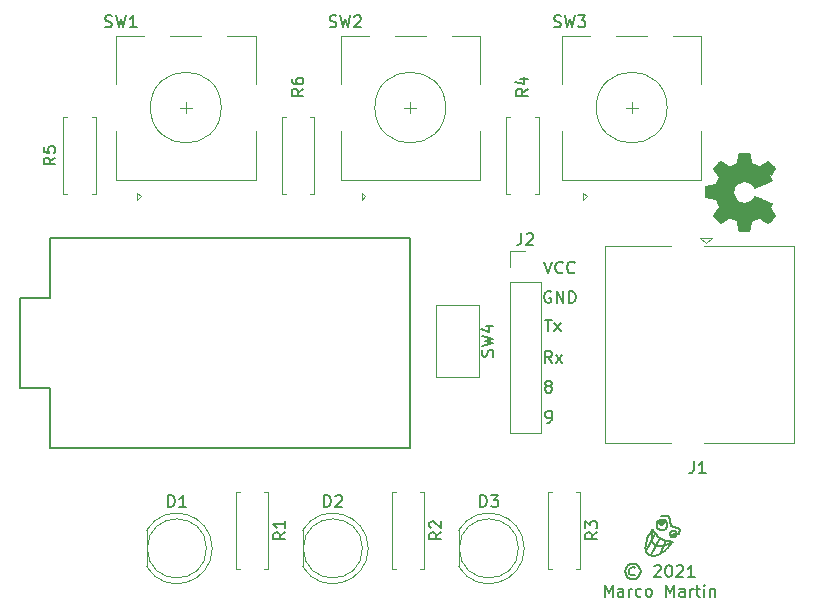
<source format=gbr>
%TF.GenerationSoftware,KiCad,Pcbnew,5.1.8-5.1.8*%
%TF.CreationDate,2021-05-07T16:54:23+02:00*%
%TF.ProjectId,modelMterminalAdapter,6d6f6465-6c4d-4746-9572-6d696e616c41,rev?*%
%TF.SameCoordinates,Original*%
%TF.FileFunction,Legend,Top*%
%TF.FilePolarity,Positive*%
%FSLAX46Y46*%
G04 Gerber Fmt 4.6, Leading zero omitted, Abs format (unit mm)*
G04 Created by KiCad (PCBNEW 5.1.8-5.1.8) date 2021-05-07 16:54:23*
%MOMM*%
%LPD*%
G01*
G04 APERTURE LIST*
%ADD10C,0.100000*%
%ADD11C,0.150000*%
%ADD12C,0.169000*%
%ADD13C,0.120000*%
%ADD14C,0.010000*%
G04 APERTURE END LIST*
D10*
G36*
X111670000Y-98690000D02*
G01*
X111520000Y-98870000D01*
X111450000Y-98670000D01*
X111670000Y-98690000D01*
G37*
X111670000Y-98690000D02*
X111520000Y-98870000D01*
X111450000Y-98670000D01*
X111670000Y-98690000D01*
G36*
X110730000Y-97520000D02*
G01*
X110590000Y-97790000D01*
X110370000Y-97660000D01*
X110430000Y-97430000D01*
X110730000Y-97520000D01*
G37*
X110730000Y-97520000D02*
X110590000Y-97790000D01*
X110370000Y-97660000D01*
X110430000Y-97430000D01*
X110730000Y-97520000D01*
D11*
X108284761Y-101485476D02*
X108189523Y-101437857D01*
X107999047Y-101437857D01*
X107903809Y-101485476D01*
X107808571Y-101580714D01*
X107760952Y-101675952D01*
X107760952Y-101866428D01*
X107808571Y-101961666D01*
X107903809Y-102056904D01*
X107999047Y-102104523D01*
X108189523Y-102104523D01*
X108284761Y-102056904D01*
X108094285Y-101104523D02*
X107856190Y-101152142D01*
X107618095Y-101295000D01*
X107475238Y-101533095D01*
X107427619Y-101771190D01*
X107475238Y-102009285D01*
X107618095Y-102247380D01*
X107856190Y-102390238D01*
X108094285Y-102437857D01*
X108332380Y-102390238D01*
X108570476Y-102247380D01*
X108713333Y-102009285D01*
X108760952Y-101771190D01*
X108713333Y-101533095D01*
X108570476Y-101295000D01*
X108332380Y-101152142D01*
X108094285Y-101104523D01*
X109903809Y-101342619D02*
X109951428Y-101295000D01*
X110046666Y-101247380D01*
X110284761Y-101247380D01*
X110380000Y-101295000D01*
X110427619Y-101342619D01*
X110475238Y-101437857D01*
X110475238Y-101533095D01*
X110427619Y-101675952D01*
X109856190Y-102247380D01*
X110475238Y-102247380D01*
X111094285Y-101247380D02*
X111189523Y-101247380D01*
X111284761Y-101295000D01*
X111332380Y-101342619D01*
X111380000Y-101437857D01*
X111427619Y-101628333D01*
X111427619Y-101866428D01*
X111380000Y-102056904D01*
X111332380Y-102152142D01*
X111284761Y-102199761D01*
X111189523Y-102247380D01*
X111094285Y-102247380D01*
X110999047Y-102199761D01*
X110951428Y-102152142D01*
X110903809Y-102056904D01*
X110856190Y-101866428D01*
X110856190Y-101628333D01*
X110903809Y-101437857D01*
X110951428Y-101342619D01*
X110999047Y-101295000D01*
X111094285Y-101247380D01*
X111808571Y-101342619D02*
X111856190Y-101295000D01*
X111951428Y-101247380D01*
X112189523Y-101247380D01*
X112284761Y-101295000D01*
X112332380Y-101342619D01*
X112380000Y-101437857D01*
X112380000Y-101533095D01*
X112332380Y-101675952D01*
X111760952Y-102247380D01*
X112380000Y-102247380D01*
X113332380Y-102247380D02*
X112760952Y-102247380D01*
X113046666Y-102247380D02*
X113046666Y-101247380D01*
X112951428Y-101390238D01*
X112856190Y-101485476D01*
X112760952Y-101533095D01*
X105713333Y-103897380D02*
X105713333Y-102897380D01*
X106046666Y-103611666D01*
X106380000Y-102897380D01*
X106380000Y-103897380D01*
X107284761Y-103897380D02*
X107284761Y-103373571D01*
X107237142Y-103278333D01*
X107141904Y-103230714D01*
X106951428Y-103230714D01*
X106856190Y-103278333D01*
X107284761Y-103849761D02*
X107189523Y-103897380D01*
X106951428Y-103897380D01*
X106856190Y-103849761D01*
X106808571Y-103754523D01*
X106808571Y-103659285D01*
X106856190Y-103564047D01*
X106951428Y-103516428D01*
X107189523Y-103516428D01*
X107284761Y-103468809D01*
X107760952Y-103897380D02*
X107760952Y-103230714D01*
X107760952Y-103421190D02*
X107808571Y-103325952D01*
X107856190Y-103278333D01*
X107951428Y-103230714D01*
X108046666Y-103230714D01*
X108808571Y-103849761D02*
X108713333Y-103897380D01*
X108522857Y-103897380D01*
X108427619Y-103849761D01*
X108380000Y-103802142D01*
X108332380Y-103706904D01*
X108332380Y-103421190D01*
X108380000Y-103325952D01*
X108427619Y-103278333D01*
X108522857Y-103230714D01*
X108713333Y-103230714D01*
X108808571Y-103278333D01*
X109380000Y-103897380D02*
X109284761Y-103849761D01*
X109237142Y-103802142D01*
X109189523Y-103706904D01*
X109189523Y-103421190D01*
X109237142Y-103325952D01*
X109284761Y-103278333D01*
X109380000Y-103230714D01*
X109522857Y-103230714D01*
X109618095Y-103278333D01*
X109665714Y-103325952D01*
X109713333Y-103421190D01*
X109713333Y-103706904D01*
X109665714Y-103802142D01*
X109618095Y-103849761D01*
X109522857Y-103897380D01*
X109380000Y-103897380D01*
X110903809Y-103897380D02*
X110903809Y-102897380D01*
X111237142Y-103611666D01*
X111570476Y-102897380D01*
X111570476Y-103897380D01*
X112475238Y-103897380D02*
X112475238Y-103373571D01*
X112427619Y-103278333D01*
X112332380Y-103230714D01*
X112141904Y-103230714D01*
X112046666Y-103278333D01*
X112475238Y-103849761D02*
X112380000Y-103897380D01*
X112141904Y-103897380D01*
X112046666Y-103849761D01*
X111999047Y-103754523D01*
X111999047Y-103659285D01*
X112046666Y-103564047D01*
X112141904Y-103516428D01*
X112380000Y-103516428D01*
X112475238Y-103468809D01*
X112951428Y-103897380D02*
X112951428Y-103230714D01*
X112951428Y-103421190D02*
X112999047Y-103325952D01*
X113046666Y-103278333D01*
X113141904Y-103230714D01*
X113237142Y-103230714D01*
X113427619Y-103230714D02*
X113808571Y-103230714D01*
X113570476Y-102897380D02*
X113570476Y-103754523D01*
X113618095Y-103849761D01*
X113713333Y-103897380D01*
X113808571Y-103897380D01*
X114141904Y-103897380D02*
X114141904Y-103230714D01*
X114141904Y-102897380D02*
X114094285Y-102945000D01*
X114141904Y-102992619D01*
X114189523Y-102945000D01*
X114141904Y-102897380D01*
X114141904Y-102992619D01*
X114618095Y-103230714D02*
X114618095Y-103897380D01*
X114618095Y-103325952D02*
X114665714Y-103278333D01*
X114760952Y-103230714D01*
X114903809Y-103230714D01*
X114999047Y-103278333D01*
X115046666Y-103373571D01*
X115046666Y-103897380D01*
D12*
X110921430Y-98073790D02*
X110867051Y-98139662D01*
X109264132Y-99166154D02*
X109328173Y-98990966D01*
X109216595Y-99331124D02*
X109264132Y-99166154D01*
X109184927Y-99485655D02*
X109216595Y-99331124D01*
X109168423Y-99629603D02*
X109184927Y-99485655D01*
X109166378Y-99762623D02*
X109168423Y-99629603D01*
X109178015Y-99884498D02*
X109166378Y-99762623D01*
X109202630Y-99995088D02*
X109178015Y-99884498D01*
X109239588Y-100093971D02*
X109202630Y-99995088D01*
X109288112Y-100181075D02*
X109239588Y-100093971D01*
X109347497Y-100256117D02*
X109288112Y-100181075D01*
X109417040Y-100318819D02*
X109347497Y-100256117D01*
X109496033Y-100368964D02*
X109417040Y-100318819D01*
X109583702Y-100406276D02*
X109496033Y-100368964D01*
X109679411Y-100430607D02*
X109583702Y-100406276D01*
X109782384Y-100441681D02*
X109679411Y-100430607D01*
X109891986Y-100439213D02*
X109782384Y-100441681D01*
X110007442Y-100422991D02*
X109891986Y-100439213D01*
X110128047Y-100392805D02*
X110007442Y-100422991D01*
X110253097Y-100348441D02*
X110128047Y-100392805D01*
X110381884Y-100289548D02*
X110253097Y-100348441D01*
X110513633Y-100215986D02*
X110381884Y-100289548D01*
X110647779Y-100127471D02*
X110513633Y-100215986D01*
X110783409Y-100023794D02*
X110647779Y-100127471D01*
X110919947Y-99904740D02*
X110783409Y-100023794D01*
X111056721Y-99770029D02*
X110919947Y-99904740D01*
X110997467Y-97847395D02*
X110988367Y-97914684D01*
X110318971Y-97598835D02*
X110318971Y-97578958D01*
X110543039Y-97394592D02*
X110602709Y-97410608D01*
X110523227Y-97394592D02*
X110543039Y-97394592D01*
X110727548Y-97598835D02*
X110727548Y-97618660D01*
X110801258Y-98193975D02*
X110725650Y-98235029D01*
X110237721Y-97510331D02*
X110303527Y-97455952D01*
X110443667Y-97787010D02*
X110378780Y-97743291D01*
X110503337Y-97803104D02*
X110443667Y-97787010D01*
X110667670Y-97743291D02*
X110602709Y-97787010D01*
X110378780Y-97454392D02*
X110443667Y-97410608D01*
X110318971Y-97578958D02*
X110334981Y-97519288D01*
X110962484Y-97651745D02*
X110988367Y-97735322D01*
X110997467Y-97825035D02*
X110997467Y-97847395D01*
X110997467Y-97802610D02*
X110997467Y-97825035D01*
X110378780Y-97743291D02*
X110334981Y-97678343D01*
X110921430Y-97576150D02*
X110962484Y-97651745D01*
X110725650Y-98235029D02*
X110642073Y-98260899D01*
X110642073Y-98260899D02*
X110574785Y-98270000D01*
X110997467Y-97825035D02*
X110997467Y-97825035D01*
X110303527Y-97455952D02*
X110379133Y-97414911D01*
X111192844Y-99619377D02*
X111056721Y-99770029D01*
X111327745Y-99452648D02*
X111192844Y-99619377D01*
X111428612Y-99316096D02*
X111327745Y-99452648D01*
X111460709Y-99269556D02*
X111428612Y-99316096D01*
X111386232Y-99262497D02*
X111460709Y-99269556D01*
X111164127Y-99229282D02*
X111386232Y-99262497D01*
X110890334Y-99165660D02*
X111164127Y-99229282D01*
X110640019Y-99076857D02*
X110890334Y-99165660D01*
X110413766Y-98961132D02*
X110640019Y-99076857D01*
X110212402Y-98816688D02*
X110413766Y-98961132D01*
X110036572Y-98641760D02*
X110212402Y-98816688D01*
X109887049Y-98434566D02*
X110036572Y-98641760D01*
X109790635Y-98255544D02*
X109887049Y-98434566D01*
X109764539Y-98193417D02*
X109790635Y-98255544D01*
X112058930Y-98215347D02*
X112011532Y-98623859D01*
X111365926Y-97963615D02*
X112058930Y-98215347D01*
X111172577Y-97095475D02*
X111365926Y-97963615D01*
X110519626Y-97088143D02*
X111172577Y-97095475D01*
X111409996Y-98742835D02*
X111409996Y-98742835D01*
X111409996Y-98755172D02*
X111409996Y-98742835D01*
X111419941Y-98792352D02*
X111409996Y-98755172D01*
X111447228Y-98832834D02*
X111419941Y-98792352D01*
X111487723Y-98860134D02*
X111447228Y-98832834D01*
X111524877Y-98870145D02*
X111487723Y-98860134D01*
X110318971Y-97618660D02*
X110318971Y-97598835D01*
X110867051Y-97510331D02*
X110921430Y-97576150D01*
X110988367Y-97914684D02*
X110962484Y-97998195D01*
X110962484Y-97998195D02*
X110921430Y-98073790D01*
X110543039Y-97803104D02*
X110523227Y-97803104D01*
X110384634Y-98977706D02*
X109647813Y-100422216D01*
X109968792Y-98576461D02*
X109231970Y-100020972D01*
X109741477Y-98299275D02*
X109757203Y-98226267D01*
X109706000Y-98520808D02*
X109741477Y-98299275D01*
X109686181Y-98777610D02*
X109706000Y-98520808D01*
X109695491Y-98998077D02*
X109686181Y-98777610D01*
X109731742Y-99183925D02*
X109695491Y-98998077D01*
X109792539Y-99336624D02*
X109731742Y-99183925D01*
X109875622Y-99457797D02*
X109792539Y-99336624D01*
X109978807Y-99549056D02*
X109875622Y-99457797D01*
X110099766Y-99611973D02*
X109978807Y-99549056D01*
X110236170Y-99648084D02*
X110099766Y-99611973D01*
X110385905Y-99659014D02*
X110236170Y-99648084D01*
X110546575Y-99646320D02*
X110385905Y-99659014D01*
X110715978Y-99611619D02*
X110546575Y-99646320D01*
X110891816Y-99556466D02*
X110715978Y-99611619D01*
X111071736Y-99482405D02*
X110891816Y-99556466D01*
X111253632Y-99391067D02*
X111071736Y-99482405D01*
X111390678Y-99312222D02*
X111253632Y-99391067D01*
X111435164Y-99284077D02*
X111390678Y-99312222D01*
X109764539Y-98193417D02*
X109764539Y-98193417D01*
X109728992Y-98245949D02*
X109764539Y-98193417D01*
X109627007Y-98406824D02*
X109728992Y-98245949D01*
X109508939Y-98611093D02*
X109627007Y-98406824D01*
X109409563Y-98805885D02*
X109508939Y-98611093D01*
X109328173Y-98990966D02*
X109409563Y-98805885D01*
X110642073Y-97389015D02*
X110725650Y-97414911D01*
X110237721Y-98139662D02*
X110183343Y-98073790D01*
X110303527Y-98193975D02*
X110237721Y-98139662D01*
X110574785Y-98270000D02*
X110552425Y-98270000D01*
X110552425Y-97379993D02*
X110574785Y-97379993D01*
X110711467Y-97678343D02*
X110667670Y-97743291D01*
X111289187Y-98756940D02*
X111263577Y-98709906D01*
X111323039Y-98797981D02*
X111289187Y-98756940D01*
X111364080Y-98831833D02*
X111323039Y-98797981D01*
X111411114Y-98857443D02*
X111364080Y-98831833D01*
X111463166Y-98873602D02*
X111411114Y-98857443D01*
X111505078Y-98879231D02*
X111463166Y-98873602D01*
X111519105Y-98879231D02*
X111505078Y-98879231D01*
X111533067Y-98879231D02*
X111519105Y-98879231D01*
X111574966Y-98873602D02*
X111533067Y-98879231D01*
X111627005Y-98857443D02*
X111574966Y-98873602D01*
X111674052Y-98831833D02*
X111627005Y-98857443D01*
X111715093Y-98797981D02*
X111674052Y-98831833D01*
X111748945Y-98756940D02*
X111715093Y-98797981D01*
X111774555Y-98709906D02*
X111748945Y-98756940D01*
X111790714Y-98657854D02*
X111774555Y-98709906D01*
X111796343Y-98615942D02*
X111790714Y-98657854D01*
X111796343Y-98601993D02*
X111796343Y-98615942D01*
X111796343Y-98587966D02*
X111796343Y-98601993D01*
X111790714Y-98546054D02*
X111796343Y-98587966D01*
X111774555Y-98494002D02*
X111790714Y-98546054D01*
X110939136Y-99196548D02*
X110399234Y-100276288D01*
X111748945Y-98446968D02*
X111774555Y-98494002D01*
X111715093Y-98405927D02*
X111748945Y-98446968D01*
X111674052Y-98372075D02*
X111715093Y-98405927D01*
X111627005Y-98346465D02*
X111674052Y-98372075D01*
X111574966Y-98330306D02*
X111627005Y-98346465D01*
X111533067Y-98324729D02*
X111574966Y-98330306D01*
X111519105Y-98324729D02*
X111533067Y-98324729D01*
X111505078Y-98324729D02*
X111519105Y-98324729D01*
X111463166Y-98330306D02*
X111505078Y-98324729D01*
X111411114Y-98346465D02*
X111463166Y-98330306D01*
X111364080Y-98372075D02*
X111411114Y-98346465D01*
X111323039Y-98405927D02*
X111364080Y-98372075D01*
X111289187Y-98446968D02*
X111323039Y-98405927D01*
X111263577Y-98494002D02*
X111289187Y-98446968D01*
X111247418Y-98546054D02*
X111263577Y-98494002D01*
X111241841Y-98587966D02*
X111247418Y-98546054D01*
X111241841Y-98601993D02*
X111241841Y-98587966D01*
X110727548Y-97598835D02*
X110727548Y-97598835D01*
X110727548Y-97578958D02*
X110727548Y-97598835D01*
X110867051Y-98139662D02*
X110801258Y-98193975D01*
X110523227Y-97803104D02*
X110503337Y-97803104D01*
X110988367Y-97735322D02*
X110997467Y-97802610D01*
X110183343Y-98073790D02*
X110142295Y-97998195D01*
X110462712Y-98260899D02*
X110379133Y-98235029D01*
X110602709Y-97787010D02*
X110543039Y-97803104D01*
X111537305Y-98870145D02*
X111524877Y-98870145D01*
X111549642Y-98870145D02*
X111537305Y-98870145D01*
X111586809Y-98860134D02*
X111549642Y-98870145D01*
X111627226Y-98832834D02*
X111586809Y-98860134D01*
X111654526Y-98792352D02*
X111627226Y-98832834D01*
X111664536Y-98755172D02*
X111654526Y-98792352D01*
X111664536Y-98742835D02*
X111664536Y-98755172D01*
X111664536Y-98730420D02*
X111664536Y-98742835D01*
X111654526Y-98693266D02*
X111664536Y-98730420D01*
X111627226Y-98652836D02*
X111654526Y-98693266D01*
X111586809Y-98625549D02*
X111627226Y-98652836D01*
X111549642Y-98615604D02*
X111586809Y-98625549D01*
X111537305Y-98615604D02*
X111549642Y-98615604D01*
X111524877Y-98615604D02*
X111537305Y-98615604D01*
X111487723Y-98625549D02*
X111524877Y-98615604D01*
X111447228Y-98652836D02*
X111487723Y-98625549D01*
X111419941Y-98693266D02*
X111447228Y-98652836D01*
X111409996Y-98730420D02*
X111419941Y-98693266D01*
X111409996Y-98742835D02*
X111409996Y-98730420D01*
X111241841Y-98601993D02*
X111241841Y-98601993D01*
X111241841Y-98615942D02*
X111241841Y-98601993D01*
X111247418Y-98657854D02*
X111241841Y-98615942D01*
X111263577Y-98709906D02*
X111247418Y-98657854D01*
X110530000Y-97379993D02*
X110552425Y-97379993D01*
X110462712Y-97389015D02*
X110530000Y-97379993D01*
X110142295Y-97651745D02*
X110183343Y-97576150D01*
X110107384Y-97825035D02*
X110107384Y-97802610D01*
X110711467Y-97519288D02*
X110727548Y-97578958D01*
X110667670Y-97454392D02*
X110711467Y-97519288D01*
X110602709Y-97410608D02*
X110667670Y-97454392D01*
X110379133Y-97414911D02*
X110462712Y-97389015D01*
X110552425Y-98270000D02*
X110530000Y-98270000D01*
X110801258Y-97455952D02*
X110867051Y-97510331D01*
X110107384Y-97802610D02*
X110116411Y-97735322D01*
X110116411Y-97735322D02*
X110142295Y-97651745D01*
X110334981Y-97519288D02*
X110378780Y-97454392D01*
X110503337Y-97394592D02*
X110523227Y-97394592D01*
X110443667Y-97410608D02*
X110503337Y-97394592D01*
X110334981Y-97678343D02*
X110318971Y-97618660D01*
X110725650Y-97414911D02*
X110801258Y-97455952D01*
X110142295Y-97998195D02*
X110116411Y-97914684D01*
X110727548Y-97618660D02*
X110711467Y-97678343D01*
X110379133Y-98235029D02*
X110303527Y-98193975D01*
X110107384Y-97847395D02*
X110107384Y-97825035D01*
X110183343Y-97576150D02*
X110237721Y-97510331D01*
X110574785Y-97379993D02*
X110642073Y-97389015D01*
X110116411Y-97914684D02*
X110107384Y-97847395D01*
X110530000Y-98270000D02*
X110462712Y-98260899D01*
D11*
X100789523Y-89172380D02*
X100980000Y-89172380D01*
X101075238Y-89124761D01*
X101122857Y-89077142D01*
X101218095Y-88934285D01*
X101265714Y-88743809D01*
X101265714Y-88362857D01*
X101218095Y-88267619D01*
X101170476Y-88220000D01*
X101075238Y-88172380D01*
X100884761Y-88172380D01*
X100789523Y-88220000D01*
X100741904Y-88267619D01*
X100694285Y-88362857D01*
X100694285Y-88600952D01*
X100741904Y-88696190D01*
X100789523Y-88743809D01*
X100884761Y-88791428D01*
X101075238Y-88791428D01*
X101170476Y-88743809D01*
X101218095Y-88696190D01*
X101265714Y-88600952D01*
X100864761Y-86060952D02*
X100769523Y-86013333D01*
X100721904Y-85965714D01*
X100674285Y-85870476D01*
X100674285Y-85822857D01*
X100721904Y-85727619D01*
X100769523Y-85680000D01*
X100864761Y-85632380D01*
X101055238Y-85632380D01*
X101150476Y-85680000D01*
X101198095Y-85727619D01*
X101245714Y-85822857D01*
X101245714Y-85870476D01*
X101198095Y-85965714D01*
X101150476Y-86013333D01*
X101055238Y-86060952D01*
X100864761Y-86060952D01*
X100769523Y-86108571D01*
X100721904Y-86156190D01*
X100674285Y-86251428D01*
X100674285Y-86441904D01*
X100721904Y-86537142D01*
X100769523Y-86584761D01*
X100864761Y-86632380D01*
X101055238Y-86632380D01*
X101150476Y-86584761D01*
X101198095Y-86537142D01*
X101245714Y-86441904D01*
X101245714Y-86251428D01*
X101198095Y-86156190D01*
X101150476Y-86108571D01*
X101055238Y-86060952D01*
X101242500Y-84102380D02*
X100909166Y-83626190D01*
X100671071Y-84102380D02*
X100671071Y-83102380D01*
X101052023Y-83102380D01*
X101147261Y-83150000D01*
X101194880Y-83197619D01*
X101242500Y-83292857D01*
X101242500Y-83435714D01*
X101194880Y-83530952D01*
X101147261Y-83578571D01*
X101052023Y-83626190D01*
X100671071Y-83626190D01*
X101575833Y-84102380D02*
X102099642Y-83435714D01*
X101575833Y-83435714D02*
X102099642Y-84102380D01*
X100646309Y-80442380D02*
X101217738Y-80442380D01*
X100932023Y-81442380D02*
X100932023Y-80442380D01*
X101455833Y-81442380D02*
X101979642Y-80775714D01*
X101455833Y-80775714D02*
X101979642Y-81442380D01*
X101158095Y-78090000D02*
X101062857Y-78042380D01*
X100920000Y-78042380D01*
X100777142Y-78090000D01*
X100681904Y-78185238D01*
X100634285Y-78280476D01*
X100586666Y-78470952D01*
X100586666Y-78613809D01*
X100634285Y-78804285D01*
X100681904Y-78899523D01*
X100777142Y-78994761D01*
X100920000Y-79042380D01*
X101015238Y-79042380D01*
X101158095Y-78994761D01*
X101205714Y-78947142D01*
X101205714Y-78613809D01*
X101015238Y-78613809D01*
X101634285Y-79042380D02*
X101634285Y-78042380D01*
X102205714Y-79042380D01*
X102205714Y-78042380D01*
X102681904Y-79042380D02*
X102681904Y-78042380D01*
X102920000Y-78042380D01*
X103062857Y-78090000D01*
X103158095Y-78185238D01*
X103205714Y-78280476D01*
X103253333Y-78470952D01*
X103253333Y-78613809D01*
X103205714Y-78804285D01*
X103158095Y-78899523D01*
X103062857Y-78994761D01*
X102920000Y-79042380D01*
X102681904Y-79042380D01*
X100586666Y-75532380D02*
X100920000Y-76532380D01*
X101253333Y-75532380D01*
X102158095Y-76437142D02*
X102110476Y-76484761D01*
X101967619Y-76532380D01*
X101872380Y-76532380D01*
X101729523Y-76484761D01*
X101634285Y-76389523D01*
X101586666Y-76294285D01*
X101539047Y-76103809D01*
X101539047Y-75960952D01*
X101586666Y-75770476D01*
X101634285Y-75675238D01*
X101729523Y-75580000D01*
X101872380Y-75532380D01*
X101967619Y-75532380D01*
X102110476Y-75580000D01*
X102158095Y-75627619D01*
X103158095Y-76437142D02*
X103110476Y-76484761D01*
X102967619Y-76532380D01*
X102872380Y-76532380D01*
X102729523Y-76484761D01*
X102634285Y-76389523D01*
X102586666Y-76294285D01*
X102539047Y-76103809D01*
X102539047Y-75960952D01*
X102586666Y-75770476D01*
X102634285Y-75675238D01*
X102729523Y-75580000D01*
X102872380Y-75532380D01*
X102967619Y-75532380D01*
X103110476Y-75580000D01*
X103158095Y-75627619D01*
D13*
%TO.C,J1*%
X121710000Y-74240000D02*
X121710000Y-90880000D01*
X121710000Y-74195000D02*
X114100000Y-74195000D01*
X121710000Y-90925000D02*
X114100000Y-90925000D01*
X105740000Y-74240000D02*
X105740000Y-90925000D01*
X105740000Y-74195000D02*
X111300000Y-74195000D01*
X105740000Y-90925000D02*
X111300000Y-90925000D01*
X114300000Y-74000000D02*
X113800000Y-73500000D01*
X113800000Y-73500000D02*
X114800000Y-73500000D01*
X114800000Y-73500000D02*
X114300000Y-74000000D01*
D14*
%TO.C,REF\u002A\u002A*%
G36*
X114668931Y-69094186D02*
G01*
X115113555Y-69010365D01*
X115241053Y-68701080D01*
X115368551Y-68391794D01*
X115116246Y-68020754D01*
X115045996Y-67916843D01*
X114983272Y-67822913D01*
X114930938Y-67743348D01*
X114891857Y-67682530D01*
X114868893Y-67644843D01*
X114863942Y-67634579D01*
X114876676Y-67616090D01*
X114911882Y-67576580D01*
X114965062Y-67520478D01*
X115031718Y-67452213D01*
X115107354Y-67376214D01*
X115187472Y-67296908D01*
X115267574Y-67218725D01*
X115343164Y-67146093D01*
X115409745Y-67083441D01*
X115462818Y-67035197D01*
X115497887Y-67005790D01*
X115509623Y-66998759D01*
X115531260Y-67008877D01*
X115578662Y-67037241D01*
X115647193Y-67080871D01*
X115732215Y-67136782D01*
X115829093Y-67201994D01*
X115884350Y-67239781D01*
X115985248Y-67308657D01*
X116076299Y-67369860D01*
X116152970Y-67420422D01*
X116210728Y-67457372D01*
X116245043Y-67477742D01*
X116252254Y-67480803D01*
X116272748Y-67473864D01*
X116320513Y-67454949D01*
X116388832Y-67426913D01*
X116470989Y-67392609D01*
X116560270Y-67354891D01*
X116649958Y-67316613D01*
X116733338Y-67280630D01*
X116803694Y-67249794D01*
X116854310Y-67226961D01*
X116878471Y-67214983D01*
X116879422Y-67214276D01*
X116884036Y-67195469D01*
X116894328Y-67145382D01*
X116909287Y-67069207D01*
X116927901Y-66972135D01*
X116949159Y-66859357D01*
X116961418Y-66793558D01*
X116984362Y-66673050D01*
X117006195Y-66564203D01*
X117025722Y-66472524D01*
X117041748Y-66403519D01*
X117053079Y-66362696D01*
X117056674Y-66354489D01*
X117081006Y-66346452D01*
X117135959Y-66339967D01*
X117215108Y-66335030D01*
X117312026Y-66331636D01*
X117420287Y-66329782D01*
X117533465Y-66329462D01*
X117645135Y-66330673D01*
X117748868Y-66333410D01*
X117838241Y-66337669D01*
X117906826Y-66343445D01*
X117948197Y-66350733D01*
X117956810Y-66355105D01*
X117967133Y-66381236D01*
X117981892Y-66436607D01*
X117999352Y-66513893D01*
X118017780Y-66605770D01*
X118023741Y-66637842D01*
X118052066Y-66792476D01*
X118074876Y-66914625D01*
X118093080Y-67008327D01*
X118107583Y-67077616D01*
X118119292Y-67126529D01*
X118129115Y-67159103D01*
X118137956Y-67179372D01*
X118146724Y-67191374D01*
X118148457Y-67193053D01*
X118176371Y-67209816D01*
X118230695Y-67235386D01*
X118304777Y-67267212D01*
X118391965Y-67302740D01*
X118485608Y-67339417D01*
X118579052Y-67374689D01*
X118665647Y-67406004D01*
X118738740Y-67430807D01*
X118791678Y-67446546D01*
X118817811Y-67450668D01*
X118818726Y-67450324D01*
X118840086Y-67436359D01*
X118887084Y-67404678D01*
X118954827Y-67358609D01*
X119038423Y-67301482D01*
X119132982Y-67236627D01*
X119159854Y-67218157D01*
X119257275Y-67152301D01*
X119346163Y-67094350D01*
X119421412Y-67047462D01*
X119477920Y-67014793D01*
X119510581Y-66999500D01*
X119514593Y-66998759D01*
X119535684Y-67011608D01*
X119577464Y-67047112D01*
X119635445Y-67100707D01*
X119705135Y-67167829D01*
X119782045Y-67243913D01*
X119861683Y-67324396D01*
X119939561Y-67404713D01*
X120011186Y-67480301D01*
X120072070Y-67546595D01*
X120117721Y-67599031D01*
X120143650Y-67633045D01*
X120147883Y-67642455D01*
X120137912Y-67664357D01*
X120111020Y-67709200D01*
X120071736Y-67769679D01*
X120040117Y-67816211D01*
X119982098Y-67900525D01*
X119913784Y-68000374D01*
X119845579Y-68100527D01*
X119809075Y-68154373D01*
X119685800Y-68336629D01*
X119768520Y-68489619D01*
X119804759Y-68559318D01*
X119832926Y-68618586D01*
X119848991Y-68658689D01*
X119851226Y-68668897D01*
X119834722Y-68681171D01*
X119788082Y-68705387D01*
X119715609Y-68739737D01*
X119621606Y-68782412D01*
X119510374Y-68831606D01*
X119386215Y-68885510D01*
X119253432Y-68942316D01*
X119116327Y-69000218D01*
X118979202Y-69057407D01*
X118846358Y-69112076D01*
X118722098Y-69162416D01*
X118610725Y-69206620D01*
X118516539Y-69242881D01*
X118443844Y-69269391D01*
X118396941Y-69284342D01*
X118380833Y-69286746D01*
X118360286Y-69267689D01*
X118326933Y-69225964D01*
X118287702Y-69170294D01*
X118284599Y-69165622D01*
X118169423Y-69021736D01*
X118035053Y-68905717D01*
X117885784Y-68818570D01*
X117725913Y-68761301D01*
X117559737Y-68734914D01*
X117391552Y-68740415D01*
X117225655Y-68778810D01*
X117066342Y-68851105D01*
X117031487Y-68872374D01*
X116890737Y-68983004D01*
X116777714Y-69113698D01*
X116693003Y-69259936D01*
X116637194Y-69417192D01*
X116610874Y-69580943D01*
X116614630Y-69746667D01*
X116649050Y-69909838D01*
X116714723Y-70065935D01*
X116812235Y-70210433D01*
X116851813Y-70255131D01*
X116975703Y-70368888D01*
X117106124Y-70451782D01*
X117252315Y-70508644D01*
X117397088Y-70540313D01*
X117559860Y-70548131D01*
X117723440Y-70522062D01*
X117882298Y-70464755D01*
X118030906Y-70378856D01*
X118163735Y-70267014D01*
X118275256Y-70131877D01*
X118287011Y-70114117D01*
X118325508Y-70057850D01*
X118358863Y-70015077D01*
X118380160Y-69994628D01*
X118380833Y-69994331D01*
X118403871Y-69998721D01*
X118456157Y-70016124D01*
X118533390Y-70044732D01*
X118631268Y-70082735D01*
X118745491Y-70128326D01*
X118871758Y-70179697D01*
X119005767Y-70235038D01*
X119143218Y-70292542D01*
X119279808Y-70350399D01*
X119411237Y-70406802D01*
X119533205Y-70459942D01*
X119641409Y-70508010D01*
X119731549Y-70549199D01*
X119799323Y-70581699D01*
X119840430Y-70603703D01*
X119851226Y-70612564D01*
X119842819Y-70639640D01*
X119820272Y-70690303D01*
X119787613Y-70755817D01*
X119768520Y-70791841D01*
X119685800Y-70944832D01*
X119809075Y-71127088D01*
X119872228Y-71220125D01*
X119941727Y-71321985D01*
X120007165Y-71417438D01*
X120040117Y-71465250D01*
X120085273Y-71532495D01*
X120121057Y-71589436D01*
X120142938Y-71628646D01*
X120147563Y-71641381D01*
X120135085Y-71659917D01*
X120100252Y-71700941D01*
X120046678Y-71760475D01*
X119977983Y-71834542D01*
X119897781Y-71919165D01*
X119846286Y-71972685D01*
X119754286Y-72066319D01*
X119671999Y-72147241D01*
X119602945Y-72212177D01*
X119550644Y-72257858D01*
X119518616Y-72281011D01*
X119512116Y-72283232D01*
X119487394Y-72272924D01*
X119437405Y-72244439D01*
X119367212Y-72200937D01*
X119281875Y-72145577D01*
X119186456Y-72081520D01*
X119159854Y-72063303D01*
X119063167Y-71996927D01*
X118976117Y-71937378D01*
X118903595Y-71887984D01*
X118850493Y-71852075D01*
X118821703Y-71832981D01*
X118818726Y-71831136D01*
X118795782Y-71833895D01*
X118745336Y-71848538D01*
X118674041Y-71872513D01*
X118588547Y-71903266D01*
X118495507Y-71938244D01*
X118401574Y-71974893D01*
X118313399Y-72010661D01*
X118237634Y-72042994D01*
X118180931Y-72069338D01*
X118149943Y-72087142D01*
X118148457Y-72088407D01*
X118139601Y-72099294D01*
X118130843Y-72117682D01*
X118121277Y-72147606D01*
X118109996Y-72193103D01*
X118096093Y-72258209D01*
X118078663Y-72346961D01*
X118056798Y-72463393D01*
X118029591Y-72611542D01*
X118023741Y-72643618D01*
X118005374Y-72738686D01*
X117987405Y-72821565D01*
X117971569Y-72884930D01*
X117959600Y-72921458D01*
X117956810Y-72926356D01*
X117932072Y-72934427D01*
X117876790Y-72940987D01*
X117797389Y-72946033D01*
X117700296Y-72949559D01*
X117591938Y-72951561D01*
X117478740Y-72952036D01*
X117367128Y-72950977D01*
X117263529Y-72948382D01*
X117174368Y-72944246D01*
X117106072Y-72938563D01*
X117065066Y-72931331D01*
X117056674Y-72926971D01*
X117048208Y-72902698D01*
X117034435Y-72847426D01*
X117016550Y-72766662D01*
X116995748Y-72665912D01*
X116973223Y-72550683D01*
X116961418Y-72487902D01*
X116939151Y-72368787D01*
X116918979Y-72262565D01*
X116901915Y-72174427D01*
X116888969Y-72109566D01*
X116881155Y-72073174D01*
X116879422Y-72067184D01*
X116859890Y-72057061D01*
X116812843Y-72035662D01*
X116745003Y-72005839D01*
X116663091Y-71970445D01*
X116573828Y-71932332D01*
X116483935Y-71894353D01*
X116400135Y-71859360D01*
X116329147Y-71830206D01*
X116277694Y-71809743D01*
X116252497Y-71800823D01*
X116251396Y-71800657D01*
X116231519Y-71810769D01*
X116185777Y-71839117D01*
X116118717Y-71882723D01*
X116034884Y-71938606D01*
X115938826Y-72003787D01*
X115883650Y-72041679D01*
X115782481Y-72110725D01*
X115690630Y-72172050D01*
X115612744Y-72222663D01*
X115553469Y-72259571D01*
X115517451Y-72279782D01*
X115509377Y-72282701D01*
X115490584Y-72270153D01*
X115450457Y-72235463D01*
X115393493Y-72183063D01*
X115324185Y-72117384D01*
X115247031Y-72042856D01*
X115166525Y-71963913D01*
X115087163Y-71884983D01*
X115013440Y-71810500D01*
X114949852Y-71744894D01*
X114900894Y-71692596D01*
X114871061Y-71658039D01*
X114863942Y-71646478D01*
X114873953Y-71627654D01*
X114902078Y-71582631D01*
X114945454Y-71515787D01*
X115001218Y-71431499D01*
X115066506Y-71334144D01*
X115116246Y-71260707D01*
X115368551Y-70889667D01*
X115113555Y-70271095D01*
X114668931Y-70187275D01*
X114224307Y-70103454D01*
X114224307Y-69178006D01*
X114668931Y-69094186D01*
G37*
X114668931Y-69094186D02*
X115113555Y-69010365D01*
X115241053Y-68701080D01*
X115368551Y-68391794D01*
X115116246Y-68020754D01*
X115045996Y-67916843D01*
X114983272Y-67822913D01*
X114930938Y-67743348D01*
X114891857Y-67682530D01*
X114868893Y-67644843D01*
X114863942Y-67634579D01*
X114876676Y-67616090D01*
X114911882Y-67576580D01*
X114965062Y-67520478D01*
X115031718Y-67452213D01*
X115107354Y-67376214D01*
X115187472Y-67296908D01*
X115267574Y-67218725D01*
X115343164Y-67146093D01*
X115409745Y-67083441D01*
X115462818Y-67035197D01*
X115497887Y-67005790D01*
X115509623Y-66998759D01*
X115531260Y-67008877D01*
X115578662Y-67037241D01*
X115647193Y-67080871D01*
X115732215Y-67136782D01*
X115829093Y-67201994D01*
X115884350Y-67239781D01*
X115985248Y-67308657D01*
X116076299Y-67369860D01*
X116152970Y-67420422D01*
X116210728Y-67457372D01*
X116245043Y-67477742D01*
X116252254Y-67480803D01*
X116272748Y-67473864D01*
X116320513Y-67454949D01*
X116388832Y-67426913D01*
X116470989Y-67392609D01*
X116560270Y-67354891D01*
X116649958Y-67316613D01*
X116733338Y-67280630D01*
X116803694Y-67249794D01*
X116854310Y-67226961D01*
X116878471Y-67214983D01*
X116879422Y-67214276D01*
X116884036Y-67195469D01*
X116894328Y-67145382D01*
X116909287Y-67069207D01*
X116927901Y-66972135D01*
X116949159Y-66859357D01*
X116961418Y-66793558D01*
X116984362Y-66673050D01*
X117006195Y-66564203D01*
X117025722Y-66472524D01*
X117041748Y-66403519D01*
X117053079Y-66362696D01*
X117056674Y-66354489D01*
X117081006Y-66346452D01*
X117135959Y-66339967D01*
X117215108Y-66335030D01*
X117312026Y-66331636D01*
X117420287Y-66329782D01*
X117533465Y-66329462D01*
X117645135Y-66330673D01*
X117748868Y-66333410D01*
X117838241Y-66337669D01*
X117906826Y-66343445D01*
X117948197Y-66350733D01*
X117956810Y-66355105D01*
X117967133Y-66381236D01*
X117981892Y-66436607D01*
X117999352Y-66513893D01*
X118017780Y-66605770D01*
X118023741Y-66637842D01*
X118052066Y-66792476D01*
X118074876Y-66914625D01*
X118093080Y-67008327D01*
X118107583Y-67077616D01*
X118119292Y-67126529D01*
X118129115Y-67159103D01*
X118137956Y-67179372D01*
X118146724Y-67191374D01*
X118148457Y-67193053D01*
X118176371Y-67209816D01*
X118230695Y-67235386D01*
X118304777Y-67267212D01*
X118391965Y-67302740D01*
X118485608Y-67339417D01*
X118579052Y-67374689D01*
X118665647Y-67406004D01*
X118738740Y-67430807D01*
X118791678Y-67446546D01*
X118817811Y-67450668D01*
X118818726Y-67450324D01*
X118840086Y-67436359D01*
X118887084Y-67404678D01*
X118954827Y-67358609D01*
X119038423Y-67301482D01*
X119132982Y-67236627D01*
X119159854Y-67218157D01*
X119257275Y-67152301D01*
X119346163Y-67094350D01*
X119421412Y-67047462D01*
X119477920Y-67014793D01*
X119510581Y-66999500D01*
X119514593Y-66998759D01*
X119535684Y-67011608D01*
X119577464Y-67047112D01*
X119635445Y-67100707D01*
X119705135Y-67167829D01*
X119782045Y-67243913D01*
X119861683Y-67324396D01*
X119939561Y-67404713D01*
X120011186Y-67480301D01*
X120072070Y-67546595D01*
X120117721Y-67599031D01*
X120143650Y-67633045D01*
X120147883Y-67642455D01*
X120137912Y-67664357D01*
X120111020Y-67709200D01*
X120071736Y-67769679D01*
X120040117Y-67816211D01*
X119982098Y-67900525D01*
X119913784Y-68000374D01*
X119845579Y-68100527D01*
X119809075Y-68154373D01*
X119685800Y-68336629D01*
X119768520Y-68489619D01*
X119804759Y-68559318D01*
X119832926Y-68618586D01*
X119848991Y-68658689D01*
X119851226Y-68668897D01*
X119834722Y-68681171D01*
X119788082Y-68705387D01*
X119715609Y-68739737D01*
X119621606Y-68782412D01*
X119510374Y-68831606D01*
X119386215Y-68885510D01*
X119253432Y-68942316D01*
X119116327Y-69000218D01*
X118979202Y-69057407D01*
X118846358Y-69112076D01*
X118722098Y-69162416D01*
X118610725Y-69206620D01*
X118516539Y-69242881D01*
X118443844Y-69269391D01*
X118396941Y-69284342D01*
X118380833Y-69286746D01*
X118360286Y-69267689D01*
X118326933Y-69225964D01*
X118287702Y-69170294D01*
X118284599Y-69165622D01*
X118169423Y-69021736D01*
X118035053Y-68905717D01*
X117885784Y-68818570D01*
X117725913Y-68761301D01*
X117559737Y-68734914D01*
X117391552Y-68740415D01*
X117225655Y-68778810D01*
X117066342Y-68851105D01*
X117031487Y-68872374D01*
X116890737Y-68983004D01*
X116777714Y-69113698D01*
X116693003Y-69259936D01*
X116637194Y-69417192D01*
X116610874Y-69580943D01*
X116614630Y-69746667D01*
X116649050Y-69909838D01*
X116714723Y-70065935D01*
X116812235Y-70210433D01*
X116851813Y-70255131D01*
X116975703Y-70368888D01*
X117106124Y-70451782D01*
X117252315Y-70508644D01*
X117397088Y-70540313D01*
X117559860Y-70548131D01*
X117723440Y-70522062D01*
X117882298Y-70464755D01*
X118030906Y-70378856D01*
X118163735Y-70267014D01*
X118275256Y-70131877D01*
X118287011Y-70114117D01*
X118325508Y-70057850D01*
X118358863Y-70015077D01*
X118380160Y-69994628D01*
X118380833Y-69994331D01*
X118403871Y-69998721D01*
X118456157Y-70016124D01*
X118533390Y-70044732D01*
X118631268Y-70082735D01*
X118745491Y-70128326D01*
X118871758Y-70179697D01*
X119005767Y-70235038D01*
X119143218Y-70292542D01*
X119279808Y-70350399D01*
X119411237Y-70406802D01*
X119533205Y-70459942D01*
X119641409Y-70508010D01*
X119731549Y-70549199D01*
X119799323Y-70581699D01*
X119840430Y-70603703D01*
X119851226Y-70612564D01*
X119842819Y-70639640D01*
X119820272Y-70690303D01*
X119787613Y-70755817D01*
X119768520Y-70791841D01*
X119685800Y-70944832D01*
X119809075Y-71127088D01*
X119872228Y-71220125D01*
X119941727Y-71321985D01*
X120007165Y-71417438D01*
X120040117Y-71465250D01*
X120085273Y-71532495D01*
X120121057Y-71589436D01*
X120142938Y-71628646D01*
X120147563Y-71641381D01*
X120135085Y-71659917D01*
X120100252Y-71700941D01*
X120046678Y-71760475D01*
X119977983Y-71834542D01*
X119897781Y-71919165D01*
X119846286Y-71972685D01*
X119754286Y-72066319D01*
X119671999Y-72147241D01*
X119602945Y-72212177D01*
X119550644Y-72257858D01*
X119518616Y-72281011D01*
X119512116Y-72283232D01*
X119487394Y-72272924D01*
X119437405Y-72244439D01*
X119367212Y-72200937D01*
X119281875Y-72145577D01*
X119186456Y-72081520D01*
X119159854Y-72063303D01*
X119063167Y-71996927D01*
X118976117Y-71937378D01*
X118903595Y-71887984D01*
X118850493Y-71852075D01*
X118821703Y-71832981D01*
X118818726Y-71831136D01*
X118795782Y-71833895D01*
X118745336Y-71848538D01*
X118674041Y-71872513D01*
X118588547Y-71903266D01*
X118495507Y-71938244D01*
X118401574Y-71974893D01*
X118313399Y-72010661D01*
X118237634Y-72042994D01*
X118180931Y-72069338D01*
X118149943Y-72087142D01*
X118148457Y-72088407D01*
X118139601Y-72099294D01*
X118130843Y-72117682D01*
X118121277Y-72147606D01*
X118109996Y-72193103D01*
X118096093Y-72258209D01*
X118078663Y-72346961D01*
X118056798Y-72463393D01*
X118029591Y-72611542D01*
X118023741Y-72643618D01*
X118005374Y-72738686D01*
X117987405Y-72821565D01*
X117971569Y-72884930D01*
X117959600Y-72921458D01*
X117956810Y-72926356D01*
X117932072Y-72934427D01*
X117876790Y-72940987D01*
X117797389Y-72946033D01*
X117700296Y-72949559D01*
X117591938Y-72951561D01*
X117478740Y-72952036D01*
X117367128Y-72950977D01*
X117263529Y-72948382D01*
X117174368Y-72944246D01*
X117106072Y-72938563D01*
X117065066Y-72931331D01*
X117056674Y-72926971D01*
X117048208Y-72902698D01*
X117034435Y-72847426D01*
X117016550Y-72766662D01*
X116995748Y-72665912D01*
X116973223Y-72550683D01*
X116961418Y-72487902D01*
X116939151Y-72368787D01*
X116918979Y-72262565D01*
X116901915Y-72174427D01*
X116888969Y-72109566D01*
X116881155Y-72073174D01*
X116879422Y-72067184D01*
X116859890Y-72057061D01*
X116812843Y-72035662D01*
X116745003Y-72005839D01*
X116663091Y-71970445D01*
X116573828Y-71932332D01*
X116483935Y-71894353D01*
X116400135Y-71859360D01*
X116329147Y-71830206D01*
X116277694Y-71809743D01*
X116252497Y-71800823D01*
X116251396Y-71800657D01*
X116231519Y-71810769D01*
X116185777Y-71839117D01*
X116118717Y-71882723D01*
X116034884Y-71938606D01*
X115938826Y-72003787D01*
X115883650Y-72041679D01*
X115782481Y-72110725D01*
X115690630Y-72172050D01*
X115612744Y-72222663D01*
X115553469Y-72259571D01*
X115517451Y-72279782D01*
X115509377Y-72282701D01*
X115490584Y-72270153D01*
X115450457Y-72235463D01*
X115393493Y-72183063D01*
X115324185Y-72117384D01*
X115247031Y-72042856D01*
X115166525Y-71963913D01*
X115087163Y-71884983D01*
X115013440Y-71810500D01*
X114949852Y-71744894D01*
X114900894Y-71692596D01*
X114871061Y-71658039D01*
X114863942Y-71646478D01*
X114873953Y-71627654D01*
X114902078Y-71582631D01*
X114945454Y-71515787D01*
X115001218Y-71431499D01*
X115066506Y-71334144D01*
X115116246Y-71260707D01*
X115368551Y-70889667D01*
X115113555Y-70271095D01*
X114668931Y-70187275D01*
X114224307Y-70103454D01*
X114224307Y-69178006D01*
X114668931Y-69094186D01*
D13*
%TO.C,SW4*%
X95090000Y-79190000D02*
X95090000Y-85310000D01*
X95090000Y-85310000D02*
X91390000Y-85310000D01*
X91390000Y-85310000D02*
X91390000Y-79190000D01*
X91390000Y-79190000D02*
X95090000Y-79190000D01*
%TO.C,J2*%
X97670000Y-90030000D02*
X100330000Y-90030000D01*
X97670000Y-77270000D02*
X97670000Y-90030000D01*
X100330000Y-77270000D02*
X100330000Y-90030000D01*
X97670000Y-77270000D02*
X100330000Y-77270000D01*
X97670000Y-76000000D02*
X97670000Y-74670000D01*
X97670000Y-74670000D02*
X99000000Y-74670000D01*
%TO.C,R4*%
X99790000Y-63290000D02*
X100120000Y-63290000D01*
X100120000Y-63290000D02*
X100120000Y-69830000D01*
X100120000Y-69830000D02*
X99790000Y-69830000D01*
X97710000Y-63290000D02*
X97380000Y-63290000D01*
X97380000Y-63290000D02*
X97380000Y-69830000D01*
X97380000Y-69830000D02*
X97710000Y-69830000D01*
%TO.C,SW3*%
X111000000Y-62500000D02*
G75*
G03*
X111000000Y-62500000I-3000000J0D01*
G01*
X102100000Y-60500000D02*
X102100000Y-56400000D01*
X113900000Y-56400000D02*
X113900000Y-60500000D01*
X113900000Y-64500000D02*
X113900000Y-68600000D01*
X102100000Y-64500000D02*
X102100000Y-68600000D01*
X102100000Y-68600000D02*
X113900000Y-68600000D01*
X104200000Y-70000000D02*
X103900000Y-70300000D01*
X103900000Y-70300000D02*
X103900000Y-69700000D01*
X103900000Y-69700000D02*
X104200000Y-70000000D01*
X102100000Y-56400000D02*
X104500000Y-56400000D01*
X106700000Y-56400000D02*
X109300000Y-56400000D01*
X111500000Y-56400000D02*
X113900000Y-56400000D01*
X107500000Y-62500000D02*
X108500000Y-62500000D01*
X108000000Y-63000000D02*
X108000000Y-62000000D01*
%TO.C,R6*%
X80790000Y-63290000D02*
X81120000Y-63290000D01*
X81120000Y-63290000D02*
X81120000Y-69830000D01*
X81120000Y-69830000D02*
X80790000Y-69830000D01*
X78710000Y-63290000D02*
X78380000Y-63290000D01*
X78380000Y-63290000D02*
X78380000Y-69830000D01*
X78380000Y-69830000D02*
X78710000Y-69830000D01*
%TO.C,R5*%
X62290000Y-63290000D02*
X62620000Y-63290000D01*
X62620000Y-63290000D02*
X62620000Y-69830000D01*
X62620000Y-69830000D02*
X62290000Y-69830000D01*
X60210000Y-63290000D02*
X59880000Y-63290000D01*
X59880000Y-63290000D02*
X59880000Y-69830000D01*
X59880000Y-69830000D02*
X60210000Y-69830000D01*
%TO.C,R3*%
X103298000Y-95028000D02*
X103628000Y-95028000D01*
X103628000Y-95028000D02*
X103628000Y-101568000D01*
X103628000Y-101568000D02*
X103298000Y-101568000D01*
X101218000Y-95028000D02*
X100888000Y-95028000D01*
X100888000Y-95028000D02*
X100888000Y-101568000D01*
X100888000Y-101568000D02*
X101218000Y-101568000D01*
%TO.C,R2*%
X90090000Y-95028000D02*
X90420000Y-95028000D01*
X90420000Y-95028000D02*
X90420000Y-101568000D01*
X90420000Y-101568000D02*
X90090000Y-101568000D01*
X88010000Y-95028000D02*
X87680000Y-95028000D01*
X87680000Y-95028000D02*
X87680000Y-101568000D01*
X87680000Y-101568000D02*
X88010000Y-101568000D01*
%TO.C,R1*%
X76882000Y-95028000D02*
X77212000Y-95028000D01*
X77212000Y-95028000D02*
X77212000Y-101568000D01*
X77212000Y-101568000D02*
X76882000Y-101568000D01*
X74802000Y-95028000D02*
X74472000Y-95028000D01*
X74472000Y-95028000D02*
X74472000Y-101568000D01*
X74472000Y-101568000D02*
X74802000Y-101568000D01*
D11*
%TO.C,U1*%
X58772000Y-91288000D02*
X89252000Y-91288000D01*
X58772000Y-91288000D02*
X58772000Y-86208000D01*
X58772000Y-86208000D02*
X56232000Y-86208000D01*
X56232000Y-86208000D02*
X56232000Y-78588000D01*
X56232000Y-78588000D02*
X58772000Y-78588000D01*
X58772000Y-78588000D02*
X58772000Y-73508000D01*
X58772000Y-73508000D02*
X89252000Y-73508000D01*
X89252000Y-73508000D02*
X89252000Y-91288000D01*
D13*
%TO.C,SW2*%
X89250000Y-63000000D02*
X89250000Y-62000000D01*
X88750000Y-62500000D02*
X89750000Y-62500000D01*
X92750000Y-56400000D02*
X95150000Y-56400000D01*
X87950000Y-56400000D02*
X90550000Y-56400000D01*
X83350000Y-56400000D02*
X85750000Y-56400000D01*
X85150000Y-69700000D02*
X85450000Y-70000000D01*
X85150000Y-70300000D02*
X85150000Y-69700000D01*
X85450000Y-70000000D02*
X85150000Y-70300000D01*
X83350000Y-68600000D02*
X95150000Y-68600000D01*
X83350000Y-64500000D02*
X83350000Y-68600000D01*
X95150000Y-64500000D02*
X95150000Y-68600000D01*
X95150000Y-56400000D02*
X95150000Y-60500000D01*
X83350000Y-60500000D02*
X83350000Y-56400000D01*
X92250000Y-62500000D02*
G75*
G03*
X92250000Y-62500000I-3000000J0D01*
G01*
%TO.C,SW1*%
X70250000Y-63000000D02*
X70250000Y-62000000D01*
X69750000Y-62500000D02*
X70750000Y-62500000D01*
X73750000Y-56400000D02*
X76150000Y-56400000D01*
X68950000Y-56400000D02*
X71550000Y-56400000D01*
X64350000Y-56400000D02*
X66750000Y-56400000D01*
X66150000Y-69700000D02*
X66450000Y-70000000D01*
X66150000Y-70300000D02*
X66150000Y-69700000D01*
X66450000Y-70000000D02*
X66150000Y-70300000D01*
X64350000Y-68600000D02*
X76150000Y-68600000D01*
X64350000Y-64500000D02*
X64350000Y-68600000D01*
X76150000Y-64500000D02*
X76150000Y-68600000D01*
X76150000Y-56400000D02*
X76150000Y-60500000D01*
X64350000Y-60500000D02*
X64350000Y-56400000D01*
X73250000Y-62500000D02*
G75*
G03*
X73250000Y-62500000I-3000000J0D01*
G01*
%TO.C,D3*%
X98408000Y-99822000D02*
G75*
G03*
X98408000Y-99822000I-2500000J0D01*
G01*
X93348000Y-98277000D02*
X93348000Y-101367000D01*
X98898000Y-99821538D02*
G75*
G02*
X93348000Y-101366830I-2990000J-462D01*
G01*
X98898000Y-99822462D02*
G75*
G03*
X93348000Y-98277170I-2990000J462D01*
G01*
%TO.C,D2*%
X85200000Y-99822000D02*
G75*
G03*
X85200000Y-99822000I-2500000J0D01*
G01*
X80140000Y-98277000D02*
X80140000Y-101367000D01*
X85690000Y-99821538D02*
G75*
G02*
X80140000Y-101366830I-2990000J-462D01*
G01*
X85690000Y-99822462D02*
G75*
G03*
X80140000Y-98277170I-2990000J462D01*
G01*
%TO.C,D1*%
X71992000Y-99822000D02*
G75*
G03*
X71992000Y-99822000I-2500000J0D01*
G01*
X66932000Y-98277000D02*
X66932000Y-101367000D01*
X72482000Y-99821538D02*
G75*
G02*
X66932000Y-101366830I-2990000J-462D01*
G01*
X72482000Y-99822462D02*
G75*
G03*
X66932000Y-98277170I-2990000J462D01*
G01*
%TO.C,J1*%
D11*
X113266666Y-92452380D02*
X113266666Y-93166666D01*
X113219047Y-93309523D01*
X113123809Y-93404761D01*
X112980952Y-93452380D01*
X112885714Y-93452380D01*
X114266666Y-93452380D02*
X113695238Y-93452380D01*
X113980952Y-93452380D02*
X113980952Y-92452380D01*
X113885714Y-92595238D01*
X113790476Y-92690476D01*
X113695238Y-92738095D01*
%TO.C,SW4*%
X96244761Y-83583333D02*
X96292380Y-83440476D01*
X96292380Y-83202380D01*
X96244761Y-83107142D01*
X96197142Y-83059523D01*
X96101904Y-83011904D01*
X96006666Y-83011904D01*
X95911428Y-83059523D01*
X95863809Y-83107142D01*
X95816190Y-83202380D01*
X95768571Y-83392857D01*
X95720952Y-83488095D01*
X95673333Y-83535714D01*
X95578095Y-83583333D01*
X95482857Y-83583333D01*
X95387619Y-83535714D01*
X95340000Y-83488095D01*
X95292380Y-83392857D01*
X95292380Y-83154761D01*
X95340000Y-83011904D01*
X95292380Y-82678571D02*
X96292380Y-82440476D01*
X95578095Y-82250000D01*
X96292380Y-82059523D01*
X95292380Y-81821428D01*
X95625714Y-81011904D02*
X96292380Y-81011904D01*
X95244761Y-81250000D02*
X95959047Y-81488095D01*
X95959047Y-80869047D01*
%TO.C,J2*%
X98666666Y-73122380D02*
X98666666Y-73836666D01*
X98619047Y-73979523D01*
X98523809Y-74074761D01*
X98380952Y-74122380D01*
X98285714Y-74122380D01*
X99095238Y-73217619D02*
X99142857Y-73170000D01*
X99238095Y-73122380D01*
X99476190Y-73122380D01*
X99571428Y-73170000D01*
X99619047Y-73217619D01*
X99666666Y-73312857D01*
X99666666Y-73408095D01*
X99619047Y-73550952D01*
X99047619Y-74122380D01*
X99666666Y-74122380D01*
%TO.C,R4*%
X99202380Y-60916666D02*
X98726190Y-61250000D01*
X99202380Y-61488095D02*
X98202380Y-61488095D01*
X98202380Y-61107142D01*
X98250000Y-61011904D01*
X98297619Y-60964285D01*
X98392857Y-60916666D01*
X98535714Y-60916666D01*
X98630952Y-60964285D01*
X98678571Y-61011904D01*
X98726190Y-61107142D01*
X98726190Y-61488095D01*
X98535714Y-60059523D02*
X99202380Y-60059523D01*
X98154761Y-60297619D02*
X98869047Y-60535714D01*
X98869047Y-59916666D01*
%TO.C,SW3*%
X101416666Y-55654761D02*
X101559523Y-55702380D01*
X101797619Y-55702380D01*
X101892857Y-55654761D01*
X101940476Y-55607142D01*
X101988095Y-55511904D01*
X101988095Y-55416666D01*
X101940476Y-55321428D01*
X101892857Y-55273809D01*
X101797619Y-55226190D01*
X101607142Y-55178571D01*
X101511904Y-55130952D01*
X101464285Y-55083333D01*
X101416666Y-54988095D01*
X101416666Y-54892857D01*
X101464285Y-54797619D01*
X101511904Y-54750000D01*
X101607142Y-54702380D01*
X101845238Y-54702380D01*
X101988095Y-54750000D01*
X102321428Y-54702380D02*
X102559523Y-55702380D01*
X102750000Y-54988095D01*
X102940476Y-55702380D01*
X103178571Y-54702380D01*
X103464285Y-54702380D02*
X104083333Y-54702380D01*
X103750000Y-55083333D01*
X103892857Y-55083333D01*
X103988095Y-55130952D01*
X104035714Y-55178571D01*
X104083333Y-55273809D01*
X104083333Y-55511904D01*
X104035714Y-55607142D01*
X103988095Y-55654761D01*
X103892857Y-55702380D01*
X103607142Y-55702380D01*
X103511904Y-55654761D01*
X103464285Y-55607142D01*
%TO.C,R6*%
X80202380Y-60916666D02*
X79726190Y-61250000D01*
X80202380Y-61488095D02*
X79202380Y-61488095D01*
X79202380Y-61107142D01*
X79250000Y-61011904D01*
X79297619Y-60964285D01*
X79392857Y-60916666D01*
X79535714Y-60916666D01*
X79630952Y-60964285D01*
X79678571Y-61011904D01*
X79726190Y-61107142D01*
X79726190Y-61488095D01*
X79202380Y-60059523D02*
X79202380Y-60250000D01*
X79250000Y-60345238D01*
X79297619Y-60392857D01*
X79440476Y-60488095D01*
X79630952Y-60535714D01*
X80011904Y-60535714D01*
X80107142Y-60488095D01*
X80154761Y-60440476D01*
X80202380Y-60345238D01*
X80202380Y-60154761D01*
X80154761Y-60059523D01*
X80107142Y-60011904D01*
X80011904Y-59964285D01*
X79773809Y-59964285D01*
X79678571Y-60011904D01*
X79630952Y-60059523D01*
X79583333Y-60154761D01*
X79583333Y-60345238D01*
X79630952Y-60440476D01*
X79678571Y-60488095D01*
X79773809Y-60535714D01*
%TO.C,R5*%
X59202380Y-66726666D02*
X58726190Y-67060000D01*
X59202380Y-67298095D02*
X58202380Y-67298095D01*
X58202380Y-66917142D01*
X58250000Y-66821904D01*
X58297619Y-66774285D01*
X58392857Y-66726666D01*
X58535714Y-66726666D01*
X58630952Y-66774285D01*
X58678571Y-66821904D01*
X58726190Y-66917142D01*
X58726190Y-67298095D01*
X58202380Y-65821904D02*
X58202380Y-66298095D01*
X58678571Y-66345714D01*
X58630952Y-66298095D01*
X58583333Y-66202857D01*
X58583333Y-65964761D01*
X58630952Y-65869523D01*
X58678571Y-65821904D01*
X58773809Y-65774285D01*
X59011904Y-65774285D01*
X59107142Y-65821904D01*
X59154761Y-65869523D01*
X59202380Y-65964761D01*
X59202380Y-66202857D01*
X59154761Y-66298095D01*
X59107142Y-66345714D01*
%TO.C,R3*%
X105080380Y-98464666D02*
X104604190Y-98798000D01*
X105080380Y-99036095D02*
X104080380Y-99036095D01*
X104080380Y-98655142D01*
X104128000Y-98559904D01*
X104175619Y-98512285D01*
X104270857Y-98464666D01*
X104413714Y-98464666D01*
X104508952Y-98512285D01*
X104556571Y-98559904D01*
X104604190Y-98655142D01*
X104604190Y-99036095D01*
X104080380Y-98131333D02*
X104080380Y-97512285D01*
X104461333Y-97845619D01*
X104461333Y-97702761D01*
X104508952Y-97607523D01*
X104556571Y-97559904D01*
X104651809Y-97512285D01*
X104889904Y-97512285D01*
X104985142Y-97559904D01*
X105032761Y-97607523D01*
X105080380Y-97702761D01*
X105080380Y-97988476D01*
X105032761Y-98083714D01*
X104985142Y-98131333D01*
%TO.C,R2*%
X91872380Y-98464666D02*
X91396190Y-98798000D01*
X91872380Y-99036095D02*
X90872380Y-99036095D01*
X90872380Y-98655142D01*
X90920000Y-98559904D01*
X90967619Y-98512285D01*
X91062857Y-98464666D01*
X91205714Y-98464666D01*
X91300952Y-98512285D01*
X91348571Y-98559904D01*
X91396190Y-98655142D01*
X91396190Y-99036095D01*
X90967619Y-98083714D02*
X90920000Y-98036095D01*
X90872380Y-97940857D01*
X90872380Y-97702761D01*
X90920000Y-97607523D01*
X90967619Y-97559904D01*
X91062857Y-97512285D01*
X91158095Y-97512285D01*
X91300952Y-97559904D01*
X91872380Y-98131333D01*
X91872380Y-97512285D01*
%TO.C,R1*%
X78664380Y-98464666D02*
X78188190Y-98798000D01*
X78664380Y-99036095D02*
X77664380Y-99036095D01*
X77664380Y-98655142D01*
X77712000Y-98559904D01*
X77759619Y-98512285D01*
X77854857Y-98464666D01*
X77997714Y-98464666D01*
X78092952Y-98512285D01*
X78140571Y-98559904D01*
X78188190Y-98655142D01*
X78188190Y-99036095D01*
X78664380Y-97512285D02*
X78664380Y-98083714D01*
X78664380Y-97798000D02*
X77664380Y-97798000D01*
X77807238Y-97893238D01*
X77902476Y-97988476D01*
X77950095Y-98083714D01*
%TO.C,SW2*%
X82416666Y-55654761D02*
X82559523Y-55702380D01*
X82797619Y-55702380D01*
X82892857Y-55654761D01*
X82940476Y-55607142D01*
X82988095Y-55511904D01*
X82988095Y-55416666D01*
X82940476Y-55321428D01*
X82892857Y-55273809D01*
X82797619Y-55226190D01*
X82607142Y-55178571D01*
X82511904Y-55130952D01*
X82464285Y-55083333D01*
X82416666Y-54988095D01*
X82416666Y-54892857D01*
X82464285Y-54797619D01*
X82511904Y-54750000D01*
X82607142Y-54702380D01*
X82845238Y-54702380D01*
X82988095Y-54750000D01*
X83321428Y-54702380D02*
X83559523Y-55702380D01*
X83750000Y-54988095D01*
X83940476Y-55702380D01*
X84178571Y-54702380D01*
X84511904Y-54797619D02*
X84559523Y-54750000D01*
X84654761Y-54702380D01*
X84892857Y-54702380D01*
X84988095Y-54750000D01*
X85035714Y-54797619D01*
X85083333Y-54892857D01*
X85083333Y-54988095D01*
X85035714Y-55130952D01*
X84464285Y-55702380D01*
X85083333Y-55702380D01*
%TO.C,SW1*%
X63416666Y-55654761D02*
X63559523Y-55702380D01*
X63797619Y-55702380D01*
X63892857Y-55654761D01*
X63940476Y-55607142D01*
X63988095Y-55511904D01*
X63988095Y-55416666D01*
X63940476Y-55321428D01*
X63892857Y-55273809D01*
X63797619Y-55226190D01*
X63607142Y-55178571D01*
X63511904Y-55130952D01*
X63464285Y-55083333D01*
X63416666Y-54988095D01*
X63416666Y-54892857D01*
X63464285Y-54797619D01*
X63511904Y-54750000D01*
X63607142Y-54702380D01*
X63845238Y-54702380D01*
X63988095Y-54750000D01*
X64321428Y-54702380D02*
X64559523Y-55702380D01*
X64750000Y-54988095D01*
X64940476Y-55702380D01*
X65178571Y-54702380D01*
X66083333Y-55702380D02*
X65511904Y-55702380D01*
X65797619Y-55702380D02*
X65797619Y-54702380D01*
X65702380Y-54845238D01*
X65607142Y-54940476D01*
X65511904Y-54988095D01*
%TO.C,D3*%
X95169904Y-96314380D02*
X95169904Y-95314380D01*
X95408000Y-95314380D01*
X95550857Y-95362000D01*
X95646095Y-95457238D01*
X95693714Y-95552476D01*
X95741333Y-95742952D01*
X95741333Y-95885809D01*
X95693714Y-96076285D01*
X95646095Y-96171523D01*
X95550857Y-96266761D01*
X95408000Y-96314380D01*
X95169904Y-96314380D01*
X96074666Y-95314380D02*
X96693714Y-95314380D01*
X96360380Y-95695333D01*
X96503238Y-95695333D01*
X96598476Y-95742952D01*
X96646095Y-95790571D01*
X96693714Y-95885809D01*
X96693714Y-96123904D01*
X96646095Y-96219142D01*
X96598476Y-96266761D01*
X96503238Y-96314380D01*
X96217523Y-96314380D01*
X96122285Y-96266761D01*
X96074666Y-96219142D01*
%TO.C,D2*%
X81961904Y-96314380D02*
X81961904Y-95314380D01*
X82200000Y-95314380D01*
X82342857Y-95362000D01*
X82438095Y-95457238D01*
X82485714Y-95552476D01*
X82533333Y-95742952D01*
X82533333Y-95885809D01*
X82485714Y-96076285D01*
X82438095Y-96171523D01*
X82342857Y-96266761D01*
X82200000Y-96314380D01*
X81961904Y-96314380D01*
X82914285Y-95409619D02*
X82961904Y-95362000D01*
X83057142Y-95314380D01*
X83295238Y-95314380D01*
X83390476Y-95362000D01*
X83438095Y-95409619D01*
X83485714Y-95504857D01*
X83485714Y-95600095D01*
X83438095Y-95742952D01*
X82866666Y-96314380D01*
X83485714Y-96314380D01*
%TO.C,D1*%
X68753904Y-96314380D02*
X68753904Y-95314380D01*
X68992000Y-95314380D01*
X69134857Y-95362000D01*
X69230095Y-95457238D01*
X69277714Y-95552476D01*
X69325333Y-95742952D01*
X69325333Y-95885809D01*
X69277714Y-96076285D01*
X69230095Y-96171523D01*
X69134857Y-96266761D01*
X68992000Y-96314380D01*
X68753904Y-96314380D01*
X70277714Y-96314380D02*
X69706285Y-96314380D01*
X69992000Y-96314380D02*
X69992000Y-95314380D01*
X69896761Y-95457238D01*
X69801523Y-95552476D01*
X69706285Y-95600095D01*
%TD*%
M02*

</source>
